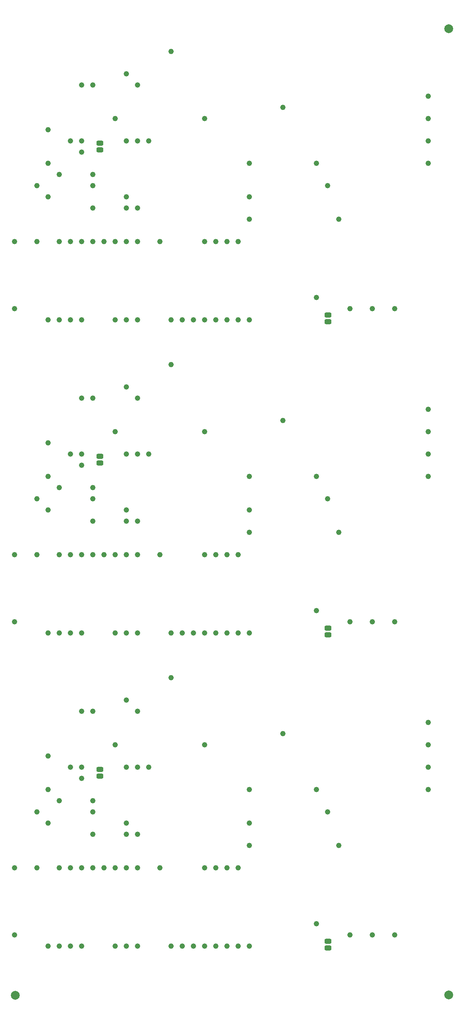
<source format=gbp>
G04 Layer_Color=128*
%FSLAX24Y24*%
%MOIN*%
G70*
G01*
G75*
G04:AMPARAMS|DCode=11|XSize=78.7mil|YSize=78.7mil|CornerRadius=39.4mil|HoleSize=0mil|Usage=FLASHONLY|Rotation=90.000|XOffset=0mil|YOffset=0mil|HoleType=Round|Shape=RoundedRectangle|*
%AMROUNDEDRECTD11*
21,1,0.0787,0.0000,0,0,90.0*
21,1,0.0000,0.0787,0,0,90.0*
1,1,0.0787,0.0000,0.0000*
1,1,0.0787,0.0000,0.0000*
1,1,0.0787,0.0000,0.0000*
1,1,0.0787,0.0000,0.0000*
%
%ADD11ROUNDEDRECTD11*%
G04:AMPARAMS|DCode=157|XSize=48mil|YSize=48mil|CornerRadius=24mil|HoleSize=0mil|Usage=FLASHONLY|Rotation=90.000|XOffset=0mil|YOffset=0mil|HoleType=Round|Shape=RoundedRectangle|*
%AMROUNDEDRECTD157*
21,1,0.0480,0.0000,0,0,90.0*
21,1,0.0000,0.0480,0,0,90.0*
1,1,0.0480,0.0000,0.0000*
1,1,0.0480,0.0000,0.0000*
1,1,0.0480,0.0000,0.0000*
1,1,0.0480,0.0000,0.0000*
%
%ADD157ROUNDEDRECTD157*%
G04:AMPARAMS|DCode=219|XSize=44mil|YSize=61mil|CornerRadius=10.5mil|HoleSize=0mil|Usage=FLASHONLY|Rotation=270.000|XOffset=0mil|YOffset=0mil|HoleType=Round|Shape=RoundedRectangle|*
%AMROUNDEDRECTD219*
21,1,0.0440,0.0400,0,0,270.0*
21,1,0.0230,0.0610,0,0,270.0*
1,1,0.0210,-0.0200,-0.0115*
1,1,0.0210,-0.0200,0.0115*
1,1,0.0210,0.0200,0.0115*
1,1,0.0210,0.0200,-0.0115*
%
%ADD219ROUNDEDRECTD219*%
G04:AMPARAMS|DCode=220|XSize=48mil|YSize=48mil|CornerRadius=24mil|HoleSize=0mil|Usage=FLASHONLY|Rotation=0.000|XOffset=0mil|YOffset=0mil|HoleType=Round|Shape=RoundedRectangle|*
%AMROUNDEDRECTD220*
21,1,0.0480,0.0000,0,0,0.0*
21,1,0.0000,0.0480,0,0,0.0*
1,1,0.0480,0.0000,0.0000*
1,1,0.0480,0.0000,0.0000*
1,1,0.0480,0.0000,0.0000*
1,1,0.0480,0.0000,0.0000*
%
%ADD220ROUNDEDRECTD220*%
D11*
X51800Y96998D02*
D03*
Y10600D02*
D03*
X13061Y10561D02*
D03*
D157*
X33969Y23969D02*
D03*
X36969Y33969D02*
D03*
X33969Y51961D02*
D03*
X36969Y61961D02*
D03*
X33969Y79953D02*
D03*
X36969Y89953D02*
D03*
D219*
X20600Y30763D02*
D03*
Y30163D02*
D03*
X41024Y14798D02*
D03*
Y15398D02*
D03*
X20600Y58755D02*
D03*
Y58155D02*
D03*
X41024Y42791D02*
D03*
Y43391D02*
D03*
X20600Y86747D02*
D03*
Y86147D02*
D03*
X41024Y70783D02*
D03*
Y71383D02*
D03*
D220*
X39969Y16968D02*
D03*
X46968Y15969D02*
D03*
X44969D02*
D03*
X42969D02*
D03*
X26969Y14969D02*
D03*
X30968D02*
D03*
X27968D02*
D03*
X31969D02*
D03*
X33969D02*
D03*
X29969D02*
D03*
X32968D02*
D03*
X28969D02*
D03*
X18968D02*
D03*
X12968Y15969D02*
D03*
X21969Y14969D02*
D03*
X15969D02*
D03*
X17968D02*
D03*
X23969D02*
D03*
X22968D02*
D03*
X16968D02*
D03*
X21969Y32968D02*
D03*
X26969Y38969D02*
D03*
X14969Y26969D02*
D03*
X15969Y25968D02*
D03*
X18968Y30968D02*
D03*
X15969Y31969D02*
D03*
X17968Y30968D02*
D03*
X18968Y29969D02*
D03*
X23969Y35968D02*
D03*
X22968Y36969D02*
D03*
X19969Y35968D02*
D03*
X18968D02*
D03*
X24969Y30968D02*
D03*
X29969Y32968D02*
D03*
X23969Y30968D02*
D03*
X22968D02*
D03*
X41968Y23969D02*
D03*
X33969Y28969D02*
D03*
Y25968D02*
D03*
X32968Y21969D02*
D03*
X29969D02*
D03*
X31969D02*
D03*
X30968D02*
D03*
X25968D02*
D03*
X21969D02*
D03*
X23969D02*
D03*
X22968D02*
D03*
X20968D02*
D03*
X17968D02*
D03*
X19969D02*
D03*
X18968D02*
D03*
X16968D02*
D03*
X12968D02*
D03*
X14969D02*
D03*
X49969Y32968D02*
D03*
Y28969D02*
D03*
Y34969D02*
D03*
Y30968D02*
D03*
X39969Y28969D02*
D03*
X40968Y26969D02*
D03*
X19969Y24969D02*
D03*
Y26969D02*
D03*
Y27968D02*
D03*
X16968D02*
D03*
X15969Y28969D02*
D03*
X22968Y25968D02*
D03*
X23969Y24969D02*
D03*
X22968D02*
D03*
X39969Y44961D02*
D03*
X46968Y43961D02*
D03*
X44969D02*
D03*
X42969D02*
D03*
X26969Y42961D02*
D03*
X30968D02*
D03*
X27968D02*
D03*
X31969D02*
D03*
X33969D02*
D03*
X29969D02*
D03*
X32968D02*
D03*
X28969D02*
D03*
X18968D02*
D03*
X12968Y43961D02*
D03*
X21969Y42961D02*
D03*
X15969D02*
D03*
X17968D02*
D03*
X23969D02*
D03*
X22968D02*
D03*
X16968D02*
D03*
X21969Y60961D02*
D03*
X26969Y66961D02*
D03*
X14969Y54961D02*
D03*
X15969Y53961D02*
D03*
X18968Y58961D02*
D03*
X15969Y59961D02*
D03*
X17968Y58961D02*
D03*
X18968Y57961D02*
D03*
X23969Y63961D02*
D03*
X22968Y64961D02*
D03*
X19969Y63961D02*
D03*
X18968D02*
D03*
X24969Y58961D02*
D03*
X29969Y60961D02*
D03*
X23969Y58961D02*
D03*
X22968D02*
D03*
X41968Y51961D02*
D03*
X33969Y56961D02*
D03*
Y53961D02*
D03*
X32968Y49961D02*
D03*
X29969D02*
D03*
X31969D02*
D03*
X30968D02*
D03*
X25968D02*
D03*
X21969D02*
D03*
X23969D02*
D03*
X22968D02*
D03*
X20968D02*
D03*
X17968D02*
D03*
X19969D02*
D03*
X18968D02*
D03*
X16968D02*
D03*
X12968D02*
D03*
X14969D02*
D03*
X49969Y60961D02*
D03*
Y56961D02*
D03*
Y62961D02*
D03*
Y58961D02*
D03*
X39969Y56961D02*
D03*
X40968Y54961D02*
D03*
X19969Y52961D02*
D03*
Y54961D02*
D03*
Y55961D02*
D03*
X16968D02*
D03*
X15969Y56961D02*
D03*
X22968Y53961D02*
D03*
X23969Y52961D02*
D03*
X22968D02*
D03*
X39969Y72953D02*
D03*
X46968Y71953D02*
D03*
X44969D02*
D03*
X42969D02*
D03*
X26969Y70953D02*
D03*
X30968D02*
D03*
X27968D02*
D03*
X31969D02*
D03*
X33969D02*
D03*
X29969D02*
D03*
X32968D02*
D03*
X28969D02*
D03*
X18968D02*
D03*
X12968Y71953D02*
D03*
X21969Y70953D02*
D03*
X15969D02*
D03*
X17968D02*
D03*
X23969D02*
D03*
X22968D02*
D03*
X16968D02*
D03*
X21969Y88953D02*
D03*
X26969Y94953D02*
D03*
X14969Y82953D02*
D03*
X15969Y81953D02*
D03*
X18968Y86953D02*
D03*
X15969Y87953D02*
D03*
X17968Y86953D02*
D03*
X18968Y85953D02*
D03*
X23969Y91953D02*
D03*
X22968Y92953D02*
D03*
X19969Y91953D02*
D03*
X18968D02*
D03*
X24969Y86953D02*
D03*
X29969Y88953D02*
D03*
X23969Y86953D02*
D03*
X22968D02*
D03*
X41968Y79953D02*
D03*
X33969Y84953D02*
D03*
Y81953D02*
D03*
X32968Y77953D02*
D03*
X29969D02*
D03*
X31969D02*
D03*
X30968D02*
D03*
X25968D02*
D03*
X21969D02*
D03*
X23969D02*
D03*
X22968D02*
D03*
X20968D02*
D03*
X17968D02*
D03*
X19969D02*
D03*
X18968D02*
D03*
X16968D02*
D03*
X12968D02*
D03*
X14969D02*
D03*
X49969Y88953D02*
D03*
Y84953D02*
D03*
Y90953D02*
D03*
Y86953D02*
D03*
X39969Y84953D02*
D03*
X40968Y82953D02*
D03*
X19969Y80953D02*
D03*
Y82953D02*
D03*
Y83953D02*
D03*
X16968D02*
D03*
X15969Y84953D02*
D03*
X22968Y81953D02*
D03*
X23969Y80953D02*
D03*
X22968D02*
D03*
M02*

</source>
